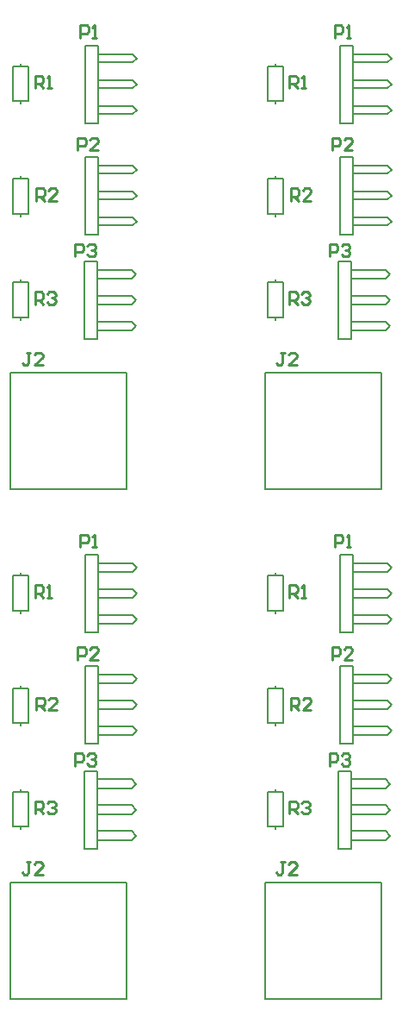
<source format=gto>
%FSLAX23Y23*%
%MOIN*%
G70*
G01*
G75*
G04 Layer_Color=65535*
%ADD10C,0.015*%
%ADD11C,0.025*%
%ADD12C,0.120*%
%ADD13C,0.055*%
%ADD14C,0.065*%
%ADD15R,0.065X0.065*%
%ADD16C,0.059*%
%ADD17R,0.059X0.059*%
%ADD18C,0.020*%
%ADD19C,0.008*%
%ADD20C,0.010*%
D19*
X485Y107D02*
Y557D01*
X35Y107D02*
X485D01*
X35D02*
Y557D01*
X485D01*
X45Y907D02*
X75D01*
X45Y772D02*
Y907D01*
X105Y772D02*
Y907D01*
X75D02*
X105D01*
X75Y762D02*
Y771D01*
Y907D02*
Y916D01*
X45Y772D02*
X105D01*
X45Y1307D02*
X75D01*
X45Y1172D02*
Y1307D01*
X105Y1172D02*
Y1307D01*
X75D02*
X105D01*
X75Y1162D02*
Y1171D01*
Y1307D02*
Y1316D01*
X45Y1172D02*
X105D01*
X45Y1607D02*
X105D01*
X75Y1742D02*
Y1751D01*
Y1597D02*
Y1606D01*
Y1742D02*
X105D01*
Y1607D02*
Y1742D01*
X45Y1607D02*
Y1742D01*
X75D01*
X370Y954D02*
X503D01*
X520Y937D01*
X503Y920D02*
X520Y937D01*
X370Y920D02*
X503D01*
X370Y854D02*
X503D01*
X520Y837D01*
X503Y820D02*
X520Y837D01*
X370Y820D02*
X503D01*
X370Y754D02*
X503D01*
X520Y737D01*
X503Y720D02*
X520Y737D01*
X370Y720D02*
X503D01*
X320Y687D02*
Y987D01*
Y687D02*
X370D01*
X320Y987D02*
X370D01*
Y687D02*
Y987D01*
X375Y1359D02*
X508D01*
X525Y1342D01*
X508Y1325D02*
X525Y1342D01*
X375Y1325D02*
X508D01*
X375Y1259D02*
X508D01*
X525Y1242D01*
X508Y1225D02*
X525Y1242D01*
X375Y1225D02*
X508D01*
X375Y1159D02*
X508D01*
X525Y1142D01*
X508Y1125D02*
X525Y1142D01*
X375Y1125D02*
X508D01*
X325Y1092D02*
Y1392D01*
Y1092D02*
X375D01*
X325Y1392D02*
X375D01*
Y1092D02*
Y1392D01*
Y1522D02*
Y1822D01*
X325D02*
X375D01*
X325Y1522D02*
X375D01*
X325D02*
Y1822D01*
X375Y1555D02*
X508D01*
X525Y1572D01*
X508Y1589D02*
X525Y1572D01*
X375Y1589D02*
X508D01*
X375Y1655D02*
X508D01*
X525Y1672D01*
X508Y1689D02*
X525Y1672D01*
X375Y1689D02*
X508D01*
X375Y1755D02*
X508D01*
X525Y1772D01*
X508Y1789D02*
X525Y1772D01*
X375Y1789D02*
X508D01*
X1469Y107D02*
Y557D01*
X1019Y107D02*
X1469D01*
X1019D02*
Y557D01*
X1469D01*
X1029Y907D02*
X1059D01*
X1029Y772D02*
Y907D01*
X1089Y772D02*
Y907D01*
X1059D02*
X1089D01*
X1059Y762D02*
Y771D01*
Y907D02*
Y916D01*
X1029Y772D02*
X1089D01*
X1029Y1307D02*
X1059D01*
X1029Y1172D02*
Y1307D01*
X1089Y1172D02*
Y1307D01*
X1059D02*
X1089D01*
X1059Y1162D02*
Y1171D01*
Y1307D02*
Y1316D01*
X1029Y1172D02*
X1089D01*
X1029Y1607D02*
X1089D01*
X1059Y1742D02*
Y1751D01*
Y1597D02*
Y1606D01*
Y1742D02*
X1089D01*
Y1607D02*
Y1742D01*
X1029Y1607D02*
Y1742D01*
X1059D01*
X1354Y954D02*
X1488D01*
X1504Y937D01*
X1488Y920D02*
X1504Y937D01*
X1354Y920D02*
X1488D01*
X1354Y854D02*
X1488D01*
X1504Y837D01*
X1488Y820D02*
X1504Y837D01*
X1354Y820D02*
X1488D01*
X1354Y754D02*
X1488D01*
X1504Y737D01*
X1488Y720D02*
X1504Y737D01*
X1354Y720D02*
X1488D01*
X1304Y687D02*
Y987D01*
Y687D02*
X1354D01*
X1304Y987D02*
X1354D01*
Y687D02*
Y987D01*
X1359Y1359D02*
X1493D01*
X1509Y1342D01*
X1493Y1325D02*
X1509Y1342D01*
X1359Y1325D02*
X1493D01*
X1359Y1259D02*
X1493D01*
X1509Y1242D01*
X1493Y1225D02*
X1509Y1242D01*
X1359Y1225D02*
X1493D01*
X1359Y1159D02*
X1493D01*
X1509Y1142D01*
X1493Y1125D02*
X1509Y1142D01*
X1359Y1125D02*
X1493D01*
X1309Y1092D02*
Y1392D01*
Y1092D02*
X1359D01*
X1309Y1392D02*
X1359D01*
Y1092D02*
Y1392D01*
Y1522D02*
Y1822D01*
X1309D02*
X1359D01*
X1309Y1522D02*
X1359D01*
X1309D02*
Y1822D01*
X1359Y1555D02*
X1493D01*
X1509Y1572D01*
X1493Y1589D02*
X1509Y1572D01*
X1359Y1589D02*
X1493D01*
X1359Y1655D02*
X1493D01*
X1509Y1672D01*
X1493Y1689D02*
X1509Y1672D01*
X1359Y1689D02*
X1493D01*
X1359Y1755D02*
X1493D01*
X1509Y1772D01*
X1493Y1789D02*
X1509Y1772D01*
X1359Y1789D02*
X1493D01*
X485Y2075D02*
Y2525D01*
X35Y2075D02*
X485D01*
X35D02*
Y2525D01*
X485D01*
X45Y2875D02*
X75D01*
X45Y2740D02*
Y2875D01*
X105Y2740D02*
Y2875D01*
X75D02*
X105D01*
X75Y2730D02*
Y2739D01*
Y2875D02*
Y2884D01*
X45Y2740D02*
X105D01*
X45Y3275D02*
X75D01*
X45Y3140D02*
Y3275D01*
X105Y3140D02*
Y3275D01*
X75D02*
X105D01*
X75Y3130D02*
Y3139D01*
Y3275D02*
Y3284D01*
X45Y3140D02*
X105D01*
X45Y3575D02*
X105D01*
X75Y3710D02*
Y3719D01*
Y3565D02*
Y3574D01*
Y3710D02*
X105D01*
Y3575D02*
Y3710D01*
X45Y3575D02*
Y3710D01*
X75D01*
X370Y2922D02*
X503D01*
X520Y2905D01*
X503Y2889D02*
X520Y2905D01*
X370Y2889D02*
X503D01*
X370Y2822D02*
X503D01*
X520Y2805D01*
X503Y2789D02*
X520Y2805D01*
X370Y2789D02*
X503D01*
X370Y2722D02*
X503D01*
X520Y2705D01*
X503Y2689D02*
X520Y2705D01*
X370Y2689D02*
X503D01*
X320Y2655D02*
Y2955D01*
Y2655D02*
X370D01*
X320Y2955D02*
X370D01*
Y2655D02*
Y2955D01*
X375Y3327D02*
X508D01*
X525Y3310D01*
X508Y3294D02*
X525Y3310D01*
X375Y3294D02*
X508D01*
X375Y3227D02*
X508D01*
X525Y3210D01*
X508Y3194D02*
X525Y3210D01*
X375Y3194D02*
X508D01*
X375Y3127D02*
X508D01*
X525Y3110D01*
X508Y3094D02*
X525Y3110D01*
X375Y3094D02*
X508D01*
X325Y3060D02*
Y3360D01*
Y3060D02*
X375D01*
X325Y3360D02*
X375D01*
Y3060D02*
Y3360D01*
Y3490D02*
Y3790D01*
X325D02*
X375D01*
X325Y3490D02*
X375D01*
X325D02*
Y3790D01*
X375Y3524D02*
X508D01*
X525Y3540D01*
X508Y3557D02*
X525Y3540D01*
X375Y3557D02*
X508D01*
X375Y3624D02*
X508D01*
X525Y3640D01*
X508Y3657D02*
X525Y3640D01*
X375Y3657D02*
X508D01*
X375Y3724D02*
X508D01*
X525Y3740D01*
X508Y3757D02*
X525Y3740D01*
X375Y3757D02*
X508D01*
X1469Y2075D02*
Y2525D01*
X1019Y2075D02*
X1469D01*
X1019D02*
Y2525D01*
X1469D01*
X1029Y2875D02*
X1059D01*
X1029Y2740D02*
Y2875D01*
X1089Y2740D02*
Y2875D01*
X1059D02*
X1089D01*
X1059Y2730D02*
Y2739D01*
Y2875D02*
Y2884D01*
X1029Y2740D02*
X1089D01*
X1029Y3275D02*
X1059D01*
X1029Y3140D02*
Y3275D01*
X1089Y3140D02*
Y3275D01*
X1059D02*
X1089D01*
X1059Y3130D02*
Y3139D01*
Y3275D02*
Y3284D01*
X1029Y3140D02*
X1089D01*
X1029Y3575D02*
X1089D01*
X1059Y3710D02*
Y3719D01*
Y3565D02*
Y3574D01*
Y3710D02*
X1089D01*
Y3575D02*
Y3710D01*
X1029Y3575D02*
Y3710D01*
X1059D01*
X1354Y2922D02*
X1488D01*
X1504Y2905D01*
X1488Y2889D02*
X1504Y2905D01*
X1354Y2889D02*
X1488D01*
X1354Y2822D02*
X1488D01*
X1504Y2805D01*
X1488Y2789D02*
X1504Y2805D01*
X1354Y2789D02*
X1488D01*
X1354Y2722D02*
X1488D01*
X1504Y2705D01*
X1488Y2689D02*
X1504Y2705D01*
X1354Y2689D02*
X1488D01*
X1304Y2655D02*
Y2955D01*
Y2655D02*
X1354D01*
X1304Y2955D02*
X1354D01*
Y2655D02*
Y2955D01*
X1359Y3327D02*
X1493D01*
X1509Y3310D01*
X1493Y3294D02*
X1509Y3310D01*
X1359Y3294D02*
X1493D01*
X1359Y3227D02*
X1493D01*
X1509Y3210D01*
X1493Y3194D02*
X1509Y3210D01*
X1359Y3194D02*
X1493D01*
X1359Y3127D02*
X1493D01*
X1509Y3110D01*
X1493Y3094D02*
X1509Y3110D01*
X1359Y3094D02*
X1493D01*
X1309Y3060D02*
Y3360D01*
Y3060D02*
X1359D01*
X1309Y3360D02*
X1359D01*
Y3060D02*
Y3360D01*
Y3490D02*
Y3790D01*
X1309D02*
X1359D01*
X1309Y3490D02*
X1359D01*
X1309D02*
Y3790D01*
X1359Y3524D02*
X1493D01*
X1509Y3540D01*
X1493Y3557D02*
X1509Y3540D01*
X1359Y3557D02*
X1493D01*
X1359Y3624D02*
X1493D01*
X1509Y3640D01*
X1493Y3657D02*
X1509Y3640D01*
X1359Y3657D02*
X1493D01*
X1359Y3724D02*
X1493D01*
X1509Y3740D01*
X1493Y3757D02*
X1509Y3740D01*
X1359Y3757D02*
X1493D01*
D20*
X130Y822D02*
Y869D01*
X154D01*
X161Y861D01*
Y846D01*
X154Y838D01*
X130D01*
X146D02*
X161Y822D01*
X177Y861D02*
X185Y869D01*
X201D01*
X209Y861D01*
Y853D01*
X201Y846D01*
X193D01*
X201D01*
X209Y838D01*
Y830D01*
X201Y822D01*
X185D01*
X177Y830D01*
X285Y1007D02*
Y1054D01*
X309D01*
X316Y1046D01*
Y1031D01*
X309Y1023D01*
X285D01*
X332Y1046D02*
X340Y1054D01*
X356D01*
X364Y1046D01*
Y1038D01*
X356Y1031D01*
X348D01*
X356D01*
X364Y1023D01*
Y1015D01*
X356Y1007D01*
X340D01*
X332Y1015D01*
X111Y634D02*
X96D01*
X104D01*
Y595D01*
X96Y587D01*
X88D01*
X80Y595D01*
X159Y587D02*
X127D01*
X159Y618D01*
Y626D01*
X151Y634D01*
X135D01*
X127Y626D01*
X305Y1852D02*
Y1899D01*
X329D01*
X336Y1891D01*
Y1876D01*
X329Y1868D01*
X305D01*
X352Y1852D02*
X368D01*
X360D01*
Y1899D01*
X352Y1891D01*
X295Y1417D02*
Y1464D01*
X319D01*
X326Y1456D01*
Y1441D01*
X319Y1433D01*
X295D01*
X374Y1417D02*
X342D01*
X374Y1448D01*
Y1456D01*
X366Y1464D01*
X350D01*
X342Y1456D01*
X130Y1657D02*
Y1704D01*
X154D01*
X161Y1696D01*
Y1681D01*
X154Y1673D01*
X130D01*
X146D02*
X161Y1657D01*
X177D02*
X193D01*
X185D01*
Y1704D01*
X177Y1696D01*
X135Y1222D02*
Y1269D01*
X159D01*
X166Y1261D01*
Y1246D01*
X159Y1238D01*
X135D01*
X151D02*
X166Y1222D01*
X214D02*
X182D01*
X214Y1253D01*
Y1261D01*
X206Y1269D01*
X190D01*
X182Y1261D01*
X1114Y822D02*
Y869D01*
X1138D01*
X1146Y861D01*
Y846D01*
X1138Y838D01*
X1114D01*
X1130D02*
X1146Y822D01*
X1161Y861D02*
X1169Y869D01*
X1185D01*
X1193Y861D01*
Y853D01*
X1185Y846D01*
X1177D01*
X1185D01*
X1193Y838D01*
Y830D01*
X1185Y822D01*
X1169D01*
X1161Y830D01*
X1269Y1007D02*
Y1054D01*
X1293D01*
X1301Y1046D01*
Y1031D01*
X1293Y1023D01*
X1269D01*
X1316Y1046D02*
X1324Y1054D01*
X1340D01*
X1348Y1046D01*
Y1038D01*
X1340Y1031D01*
X1332D01*
X1340D01*
X1348Y1023D01*
Y1015D01*
X1340Y1007D01*
X1324D01*
X1316Y1015D01*
X1096Y634D02*
X1080D01*
X1088D01*
Y595D01*
X1080Y587D01*
X1072D01*
X1064Y595D01*
X1143Y587D02*
X1111D01*
X1143Y618D01*
Y626D01*
X1135Y634D01*
X1119D01*
X1111Y626D01*
X1289Y1852D02*
Y1899D01*
X1313D01*
X1321Y1891D01*
Y1876D01*
X1313Y1868D01*
X1289D01*
X1336Y1852D02*
X1352D01*
X1344D01*
Y1899D01*
X1336Y1891D01*
X1279Y1417D02*
Y1464D01*
X1303D01*
X1311Y1456D01*
Y1441D01*
X1303Y1433D01*
X1279D01*
X1358Y1417D02*
X1326D01*
X1358Y1448D01*
Y1456D01*
X1350Y1464D01*
X1334D01*
X1326Y1456D01*
X1114Y1657D02*
Y1704D01*
X1138D01*
X1146Y1696D01*
Y1681D01*
X1138Y1673D01*
X1114D01*
X1130D02*
X1146Y1657D01*
X1161D02*
X1177D01*
X1169D01*
Y1704D01*
X1161Y1696D01*
X1119Y1222D02*
Y1269D01*
X1143D01*
X1151Y1261D01*
Y1246D01*
X1143Y1238D01*
X1119D01*
X1135D02*
X1151Y1222D01*
X1198D02*
X1166D01*
X1198Y1253D01*
Y1261D01*
X1190Y1269D01*
X1174D01*
X1166Y1261D01*
X130Y2790D02*
Y2838D01*
X154D01*
X161Y2830D01*
Y2814D01*
X154Y2806D01*
X130D01*
X146D02*
X161Y2790D01*
X177Y2830D02*
X185Y2838D01*
X201D01*
X209Y2830D01*
Y2822D01*
X201Y2814D01*
X193D01*
X201D01*
X209Y2806D01*
Y2798D01*
X201Y2790D01*
X185D01*
X177Y2798D01*
X285Y2975D02*
Y3023D01*
X309D01*
X316Y3015D01*
Y2999D01*
X309Y2991D01*
X285D01*
X332Y3015D02*
X340Y3023D01*
X356D01*
X364Y3015D01*
Y3007D01*
X356Y2999D01*
X348D01*
X356D01*
X364Y2991D01*
Y2983D01*
X356Y2975D01*
X340D01*
X332Y2983D01*
X111Y2603D02*
X96D01*
X104D01*
Y2563D01*
X96Y2555D01*
X88D01*
X80Y2563D01*
X159Y2555D02*
X127D01*
X159Y2587D01*
Y2595D01*
X151Y2603D01*
X135D01*
X127Y2595D01*
X305Y3820D02*
Y3868D01*
X329D01*
X336Y3860D01*
Y3844D01*
X329Y3836D01*
X305D01*
X352Y3820D02*
X368D01*
X360D01*
Y3868D01*
X352Y3860D01*
X295Y3385D02*
Y3433D01*
X319D01*
X326Y3425D01*
Y3409D01*
X319Y3401D01*
X295D01*
X374Y3385D02*
X342D01*
X374Y3417D01*
Y3425D01*
X366Y3433D01*
X350D01*
X342Y3425D01*
X130Y3625D02*
Y3673D01*
X154D01*
X161Y3665D01*
Y3649D01*
X154Y3641D01*
X130D01*
X146D02*
X161Y3625D01*
X177D02*
X193D01*
X185D01*
Y3673D01*
X177Y3665D01*
X135Y3190D02*
Y3238D01*
X159D01*
X166Y3230D01*
Y3214D01*
X159Y3206D01*
X135D01*
X151D02*
X166Y3190D01*
X214D02*
X182D01*
X214Y3222D01*
Y3230D01*
X206Y3238D01*
X190D01*
X182Y3230D01*
X1114Y2790D02*
Y2838D01*
X1138D01*
X1146Y2830D01*
Y2814D01*
X1138Y2806D01*
X1114D01*
X1130D02*
X1146Y2790D01*
X1161Y2830D02*
X1169Y2838D01*
X1185D01*
X1193Y2830D01*
Y2822D01*
X1185Y2814D01*
X1177D01*
X1185D01*
X1193Y2806D01*
Y2798D01*
X1185Y2790D01*
X1169D01*
X1161Y2798D01*
X1269Y2975D02*
Y3023D01*
X1293D01*
X1301Y3015D01*
Y2999D01*
X1293Y2991D01*
X1269D01*
X1316Y3015D02*
X1324Y3023D01*
X1340D01*
X1348Y3015D01*
Y3007D01*
X1340Y2999D01*
X1332D01*
X1340D01*
X1348Y2991D01*
Y2983D01*
X1340Y2975D01*
X1324D01*
X1316Y2983D01*
X1096Y2603D02*
X1080D01*
X1088D01*
Y2563D01*
X1080Y2555D01*
X1072D01*
X1064Y2563D01*
X1143Y2555D02*
X1111D01*
X1143Y2587D01*
Y2595D01*
X1135Y2603D01*
X1119D01*
X1111Y2595D01*
X1289Y3820D02*
Y3868D01*
X1313D01*
X1321Y3860D01*
Y3844D01*
X1313Y3836D01*
X1289D01*
X1336Y3820D02*
X1352D01*
X1344D01*
Y3868D01*
X1336Y3860D01*
X1279Y3385D02*
Y3433D01*
X1303D01*
X1311Y3425D01*
Y3409D01*
X1303Y3401D01*
X1279D01*
X1358Y3385D02*
X1326D01*
X1358Y3417D01*
Y3425D01*
X1350Y3433D01*
X1334D01*
X1326Y3425D01*
X1114Y3625D02*
Y3673D01*
X1138D01*
X1146Y3665D01*
Y3649D01*
X1138Y3641D01*
X1114D01*
X1130D02*
X1146Y3625D01*
X1161D02*
X1177D01*
X1169D01*
Y3673D01*
X1161Y3665D01*
X1119Y3190D02*
Y3238D01*
X1143D01*
X1151Y3230D01*
Y3214D01*
X1143Y3206D01*
X1119D01*
X1135D02*
X1151Y3190D01*
X1198D02*
X1166D01*
X1198Y3222D01*
Y3230D01*
X1190Y3238D01*
X1174D01*
X1166Y3230D01*
M02*

</source>
